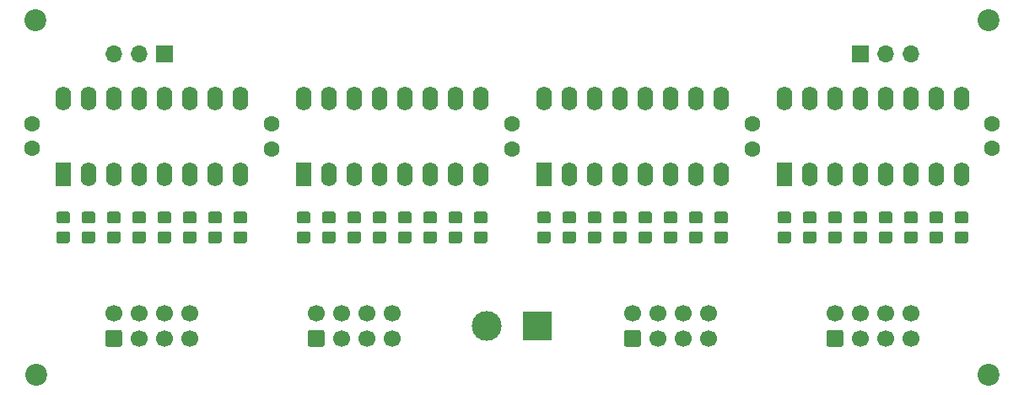
<source format=gbr>
%TF.GenerationSoftware,KiCad,Pcbnew,(5.1.7-0-10_14)*%
%TF.CreationDate,2020-10-19T14:39:56+02:00*%
%TF.ProjectId,32Bit shift register,33324269-7420-4736-9869-667420726567,rev?*%
%TF.SameCoordinates,Original*%
%TF.FileFunction,Soldermask,Top*%
%TF.FilePolarity,Negative*%
%FSLAX46Y46*%
G04 Gerber Fmt 4.6, Leading zero omitted, Abs format (unit mm)*
G04 Created by KiCad (PCBNEW (5.1.7-0-10_14)) date 2020-10-19 14:39:56*
%MOMM*%
%LPD*%
G01*
G04 APERTURE LIST*
%ADD10C,2.200000*%
%ADD11R,3.000000X3.000000*%
%ADD12C,3.000000*%
%ADD13O,1.700000X1.700000*%
%ADD14R,1.700000X1.700000*%
%ADD15O,1.600000X2.400000*%
%ADD16R,1.600000X2.400000*%
%ADD17C,1.700000*%
%ADD18C,1.600000*%
G04 APERTURE END LIST*
D10*
%TO.C,REF\u002A\u002A*%
X58200000Y-41700000D03*
%TD*%
%TO.C,REF\u002A\u002A*%
X58250000Y-77300000D03*
%TD*%
%TO.C,REF\u002A\u002A*%
X153850000Y-77300000D03*
%TD*%
%TO.C,REF\u002A\u002A*%
X153850000Y-41700000D03*
%TD*%
D11*
%TO.C,J7*%
X108585000Y-72390000D03*
D12*
X103505000Y-72390000D03*
%TD*%
D13*
%TO.C,J2*%
X66040000Y-45085000D03*
X68580000Y-45085000D03*
D14*
X71120000Y-45085000D03*
%TD*%
D13*
%TO.C,J4*%
X146050000Y-45085000D03*
X143510000Y-45085000D03*
D14*
X140970000Y-45085000D03*
%TD*%
D15*
%TO.C,U4*%
X133350000Y-49530000D03*
X151130000Y-57150000D03*
X135890000Y-49530000D03*
X148590000Y-57150000D03*
X138430000Y-49530000D03*
X146050000Y-57150000D03*
X140970000Y-49530000D03*
X143510000Y-57150000D03*
X143510000Y-49530000D03*
X140970000Y-57150000D03*
X146050000Y-49530000D03*
X138430000Y-57150000D03*
X148590000Y-49530000D03*
X135890000Y-57150000D03*
X151130000Y-49530000D03*
D16*
X133350000Y-57150000D03*
%TD*%
D15*
%TO.C,U3*%
X109220000Y-49530000D03*
X127000000Y-57150000D03*
X111760000Y-49530000D03*
X124460000Y-57150000D03*
X114300000Y-49530000D03*
X121920000Y-57150000D03*
X116840000Y-49530000D03*
X119380000Y-57150000D03*
X119380000Y-49530000D03*
X116840000Y-57150000D03*
X121920000Y-49530000D03*
X114300000Y-57150000D03*
X124460000Y-49530000D03*
X111760000Y-57150000D03*
X127000000Y-49530000D03*
D16*
X109220000Y-57150000D03*
%TD*%
D15*
%TO.C,U2*%
X85090000Y-49530000D03*
X102870000Y-57150000D03*
X87630000Y-49530000D03*
X100330000Y-57150000D03*
X90170000Y-49530000D03*
X97790000Y-57150000D03*
X92710000Y-49530000D03*
X95250000Y-57150000D03*
X95250000Y-49530000D03*
X92710000Y-57150000D03*
X97790000Y-49530000D03*
X90170000Y-57150000D03*
X100330000Y-49530000D03*
X87630000Y-57150000D03*
X102870000Y-49530000D03*
D16*
X85090000Y-57150000D03*
%TD*%
D15*
%TO.C,U1*%
X60960000Y-49530000D03*
X78740000Y-57150000D03*
X63500000Y-49530000D03*
X76200000Y-57150000D03*
X66040000Y-49530000D03*
X73660000Y-57150000D03*
X68580000Y-49530000D03*
X71120000Y-57150000D03*
X71120000Y-49530000D03*
X68580000Y-57150000D03*
X73660000Y-49530000D03*
X66040000Y-57150000D03*
X76200000Y-49530000D03*
X63500000Y-57150000D03*
X78740000Y-49530000D03*
D16*
X60960000Y-57150000D03*
%TD*%
%TO.C,R32*%
G36*
G01*
X151580001Y-62100000D02*
X150679999Y-62100000D01*
G75*
G02*
X150430000Y-61850001I0J249999D01*
G01*
X150430000Y-61149999D01*
G75*
G02*
X150679999Y-60900000I249999J0D01*
G01*
X151580001Y-60900000D01*
G75*
G02*
X151830000Y-61149999I0J-249999D01*
G01*
X151830000Y-61850001D01*
G75*
G02*
X151580001Y-62100000I-249999J0D01*
G01*
G37*
G36*
G01*
X151580001Y-64100000D02*
X150679999Y-64100000D01*
G75*
G02*
X150430000Y-63850001I0J249999D01*
G01*
X150430000Y-63149999D01*
G75*
G02*
X150679999Y-62900000I249999J0D01*
G01*
X151580001Y-62900000D01*
G75*
G02*
X151830000Y-63149999I0J-249999D01*
G01*
X151830000Y-63850001D01*
G75*
G02*
X151580001Y-64100000I-249999J0D01*
G01*
G37*
%TD*%
%TO.C,R31*%
G36*
G01*
X149040001Y-62100000D02*
X148139999Y-62100000D01*
G75*
G02*
X147890000Y-61850001I0J249999D01*
G01*
X147890000Y-61149999D01*
G75*
G02*
X148139999Y-60900000I249999J0D01*
G01*
X149040001Y-60900000D01*
G75*
G02*
X149290000Y-61149999I0J-249999D01*
G01*
X149290000Y-61850001D01*
G75*
G02*
X149040001Y-62100000I-249999J0D01*
G01*
G37*
G36*
G01*
X149040001Y-64100000D02*
X148139999Y-64100000D01*
G75*
G02*
X147890000Y-63850001I0J249999D01*
G01*
X147890000Y-63149999D01*
G75*
G02*
X148139999Y-62900000I249999J0D01*
G01*
X149040001Y-62900000D01*
G75*
G02*
X149290000Y-63149999I0J-249999D01*
G01*
X149290000Y-63850001D01*
G75*
G02*
X149040001Y-64100000I-249999J0D01*
G01*
G37*
%TD*%
%TO.C,R30*%
G36*
G01*
X146500001Y-62100000D02*
X145599999Y-62100000D01*
G75*
G02*
X145350000Y-61850001I0J249999D01*
G01*
X145350000Y-61149999D01*
G75*
G02*
X145599999Y-60900000I249999J0D01*
G01*
X146500001Y-60900000D01*
G75*
G02*
X146750000Y-61149999I0J-249999D01*
G01*
X146750000Y-61850001D01*
G75*
G02*
X146500001Y-62100000I-249999J0D01*
G01*
G37*
G36*
G01*
X146500001Y-64100000D02*
X145599999Y-64100000D01*
G75*
G02*
X145350000Y-63850001I0J249999D01*
G01*
X145350000Y-63149999D01*
G75*
G02*
X145599999Y-62900000I249999J0D01*
G01*
X146500001Y-62900000D01*
G75*
G02*
X146750000Y-63149999I0J-249999D01*
G01*
X146750000Y-63850001D01*
G75*
G02*
X146500001Y-64100000I-249999J0D01*
G01*
G37*
%TD*%
%TO.C,R29*%
G36*
G01*
X143960001Y-62100000D02*
X143059999Y-62100000D01*
G75*
G02*
X142810000Y-61850001I0J249999D01*
G01*
X142810000Y-61149999D01*
G75*
G02*
X143059999Y-60900000I249999J0D01*
G01*
X143960001Y-60900000D01*
G75*
G02*
X144210000Y-61149999I0J-249999D01*
G01*
X144210000Y-61850001D01*
G75*
G02*
X143960001Y-62100000I-249999J0D01*
G01*
G37*
G36*
G01*
X143960001Y-64100000D02*
X143059999Y-64100000D01*
G75*
G02*
X142810000Y-63850001I0J249999D01*
G01*
X142810000Y-63149999D01*
G75*
G02*
X143059999Y-62900000I249999J0D01*
G01*
X143960001Y-62900000D01*
G75*
G02*
X144210000Y-63149999I0J-249999D01*
G01*
X144210000Y-63850001D01*
G75*
G02*
X143960001Y-64100000I-249999J0D01*
G01*
G37*
%TD*%
%TO.C,R28*%
G36*
G01*
X141420001Y-62100000D02*
X140519999Y-62100000D01*
G75*
G02*
X140270000Y-61850001I0J249999D01*
G01*
X140270000Y-61149999D01*
G75*
G02*
X140519999Y-60900000I249999J0D01*
G01*
X141420001Y-60900000D01*
G75*
G02*
X141670000Y-61149999I0J-249999D01*
G01*
X141670000Y-61850001D01*
G75*
G02*
X141420001Y-62100000I-249999J0D01*
G01*
G37*
G36*
G01*
X141420001Y-64100000D02*
X140519999Y-64100000D01*
G75*
G02*
X140270000Y-63850001I0J249999D01*
G01*
X140270000Y-63149999D01*
G75*
G02*
X140519999Y-62900000I249999J0D01*
G01*
X141420001Y-62900000D01*
G75*
G02*
X141670000Y-63149999I0J-249999D01*
G01*
X141670000Y-63850001D01*
G75*
G02*
X141420001Y-64100000I-249999J0D01*
G01*
G37*
%TD*%
%TO.C,R27*%
G36*
G01*
X138880001Y-62100000D02*
X137979999Y-62100000D01*
G75*
G02*
X137730000Y-61850001I0J249999D01*
G01*
X137730000Y-61149999D01*
G75*
G02*
X137979999Y-60900000I249999J0D01*
G01*
X138880001Y-60900000D01*
G75*
G02*
X139130000Y-61149999I0J-249999D01*
G01*
X139130000Y-61850001D01*
G75*
G02*
X138880001Y-62100000I-249999J0D01*
G01*
G37*
G36*
G01*
X138880001Y-64100000D02*
X137979999Y-64100000D01*
G75*
G02*
X137730000Y-63850001I0J249999D01*
G01*
X137730000Y-63149999D01*
G75*
G02*
X137979999Y-62900000I249999J0D01*
G01*
X138880001Y-62900000D01*
G75*
G02*
X139130000Y-63149999I0J-249999D01*
G01*
X139130000Y-63850001D01*
G75*
G02*
X138880001Y-64100000I-249999J0D01*
G01*
G37*
%TD*%
%TO.C,R26*%
G36*
G01*
X136340001Y-62100000D02*
X135439999Y-62100000D01*
G75*
G02*
X135190000Y-61850001I0J249999D01*
G01*
X135190000Y-61149999D01*
G75*
G02*
X135439999Y-60900000I249999J0D01*
G01*
X136340001Y-60900000D01*
G75*
G02*
X136590000Y-61149999I0J-249999D01*
G01*
X136590000Y-61850001D01*
G75*
G02*
X136340001Y-62100000I-249999J0D01*
G01*
G37*
G36*
G01*
X136340001Y-64100000D02*
X135439999Y-64100000D01*
G75*
G02*
X135190000Y-63850001I0J249999D01*
G01*
X135190000Y-63149999D01*
G75*
G02*
X135439999Y-62900000I249999J0D01*
G01*
X136340001Y-62900000D01*
G75*
G02*
X136590000Y-63149999I0J-249999D01*
G01*
X136590000Y-63850001D01*
G75*
G02*
X136340001Y-64100000I-249999J0D01*
G01*
G37*
%TD*%
%TO.C,R25*%
G36*
G01*
X133800001Y-62100000D02*
X132899999Y-62100000D01*
G75*
G02*
X132650000Y-61850001I0J249999D01*
G01*
X132650000Y-61149999D01*
G75*
G02*
X132899999Y-60900000I249999J0D01*
G01*
X133800001Y-60900000D01*
G75*
G02*
X134050000Y-61149999I0J-249999D01*
G01*
X134050000Y-61850001D01*
G75*
G02*
X133800001Y-62100000I-249999J0D01*
G01*
G37*
G36*
G01*
X133800001Y-64100000D02*
X132899999Y-64100000D01*
G75*
G02*
X132650000Y-63850001I0J249999D01*
G01*
X132650000Y-63149999D01*
G75*
G02*
X132899999Y-62900000I249999J0D01*
G01*
X133800001Y-62900000D01*
G75*
G02*
X134050000Y-63149999I0J-249999D01*
G01*
X134050000Y-63850001D01*
G75*
G02*
X133800001Y-64100000I-249999J0D01*
G01*
G37*
%TD*%
%TO.C,R24*%
G36*
G01*
X127450001Y-62100000D02*
X126549999Y-62100000D01*
G75*
G02*
X126300000Y-61850001I0J249999D01*
G01*
X126300000Y-61149999D01*
G75*
G02*
X126549999Y-60900000I249999J0D01*
G01*
X127450001Y-60900000D01*
G75*
G02*
X127700000Y-61149999I0J-249999D01*
G01*
X127700000Y-61850001D01*
G75*
G02*
X127450001Y-62100000I-249999J0D01*
G01*
G37*
G36*
G01*
X127450001Y-64100000D02*
X126549999Y-64100000D01*
G75*
G02*
X126300000Y-63850001I0J249999D01*
G01*
X126300000Y-63149999D01*
G75*
G02*
X126549999Y-62900000I249999J0D01*
G01*
X127450001Y-62900000D01*
G75*
G02*
X127700000Y-63149999I0J-249999D01*
G01*
X127700000Y-63850001D01*
G75*
G02*
X127450001Y-64100000I-249999J0D01*
G01*
G37*
%TD*%
%TO.C,R23*%
G36*
G01*
X124910001Y-62100000D02*
X124009999Y-62100000D01*
G75*
G02*
X123760000Y-61850001I0J249999D01*
G01*
X123760000Y-61149999D01*
G75*
G02*
X124009999Y-60900000I249999J0D01*
G01*
X124910001Y-60900000D01*
G75*
G02*
X125160000Y-61149999I0J-249999D01*
G01*
X125160000Y-61850001D01*
G75*
G02*
X124910001Y-62100000I-249999J0D01*
G01*
G37*
G36*
G01*
X124910001Y-64100000D02*
X124009999Y-64100000D01*
G75*
G02*
X123760000Y-63850001I0J249999D01*
G01*
X123760000Y-63149999D01*
G75*
G02*
X124009999Y-62900000I249999J0D01*
G01*
X124910001Y-62900000D01*
G75*
G02*
X125160000Y-63149999I0J-249999D01*
G01*
X125160000Y-63850001D01*
G75*
G02*
X124910001Y-64100000I-249999J0D01*
G01*
G37*
%TD*%
%TO.C,R22*%
G36*
G01*
X122370001Y-62100000D02*
X121469999Y-62100000D01*
G75*
G02*
X121220000Y-61850001I0J249999D01*
G01*
X121220000Y-61149999D01*
G75*
G02*
X121469999Y-60900000I249999J0D01*
G01*
X122370001Y-60900000D01*
G75*
G02*
X122620000Y-61149999I0J-249999D01*
G01*
X122620000Y-61850001D01*
G75*
G02*
X122370001Y-62100000I-249999J0D01*
G01*
G37*
G36*
G01*
X122370001Y-64100000D02*
X121469999Y-64100000D01*
G75*
G02*
X121220000Y-63850001I0J249999D01*
G01*
X121220000Y-63149999D01*
G75*
G02*
X121469999Y-62900000I249999J0D01*
G01*
X122370001Y-62900000D01*
G75*
G02*
X122620000Y-63149999I0J-249999D01*
G01*
X122620000Y-63850001D01*
G75*
G02*
X122370001Y-64100000I-249999J0D01*
G01*
G37*
%TD*%
%TO.C,R21*%
G36*
G01*
X119830001Y-62100000D02*
X118929999Y-62100000D01*
G75*
G02*
X118680000Y-61850001I0J249999D01*
G01*
X118680000Y-61149999D01*
G75*
G02*
X118929999Y-60900000I249999J0D01*
G01*
X119830001Y-60900000D01*
G75*
G02*
X120080000Y-61149999I0J-249999D01*
G01*
X120080000Y-61850001D01*
G75*
G02*
X119830001Y-62100000I-249999J0D01*
G01*
G37*
G36*
G01*
X119830001Y-64100000D02*
X118929999Y-64100000D01*
G75*
G02*
X118680000Y-63850001I0J249999D01*
G01*
X118680000Y-63149999D01*
G75*
G02*
X118929999Y-62900000I249999J0D01*
G01*
X119830001Y-62900000D01*
G75*
G02*
X120080000Y-63149999I0J-249999D01*
G01*
X120080000Y-63850001D01*
G75*
G02*
X119830001Y-64100000I-249999J0D01*
G01*
G37*
%TD*%
%TO.C,R20*%
G36*
G01*
X117290001Y-62100000D02*
X116389999Y-62100000D01*
G75*
G02*
X116140000Y-61850001I0J249999D01*
G01*
X116140000Y-61149999D01*
G75*
G02*
X116389999Y-60900000I249999J0D01*
G01*
X117290001Y-60900000D01*
G75*
G02*
X117540000Y-61149999I0J-249999D01*
G01*
X117540000Y-61850001D01*
G75*
G02*
X117290001Y-62100000I-249999J0D01*
G01*
G37*
G36*
G01*
X117290001Y-64100000D02*
X116389999Y-64100000D01*
G75*
G02*
X116140000Y-63850001I0J249999D01*
G01*
X116140000Y-63149999D01*
G75*
G02*
X116389999Y-62900000I249999J0D01*
G01*
X117290001Y-62900000D01*
G75*
G02*
X117540000Y-63149999I0J-249999D01*
G01*
X117540000Y-63850001D01*
G75*
G02*
X117290001Y-64100000I-249999J0D01*
G01*
G37*
%TD*%
%TO.C,R19*%
G36*
G01*
X114750001Y-62100000D02*
X113849999Y-62100000D01*
G75*
G02*
X113600000Y-61850001I0J249999D01*
G01*
X113600000Y-61149999D01*
G75*
G02*
X113849999Y-60900000I249999J0D01*
G01*
X114750001Y-60900000D01*
G75*
G02*
X115000000Y-61149999I0J-249999D01*
G01*
X115000000Y-61850001D01*
G75*
G02*
X114750001Y-62100000I-249999J0D01*
G01*
G37*
G36*
G01*
X114750001Y-64100000D02*
X113849999Y-64100000D01*
G75*
G02*
X113600000Y-63850001I0J249999D01*
G01*
X113600000Y-63149999D01*
G75*
G02*
X113849999Y-62900000I249999J0D01*
G01*
X114750001Y-62900000D01*
G75*
G02*
X115000000Y-63149999I0J-249999D01*
G01*
X115000000Y-63850001D01*
G75*
G02*
X114750001Y-64100000I-249999J0D01*
G01*
G37*
%TD*%
%TO.C,R18*%
G36*
G01*
X112210001Y-62100000D02*
X111309999Y-62100000D01*
G75*
G02*
X111060000Y-61850001I0J249999D01*
G01*
X111060000Y-61149999D01*
G75*
G02*
X111309999Y-60900000I249999J0D01*
G01*
X112210001Y-60900000D01*
G75*
G02*
X112460000Y-61149999I0J-249999D01*
G01*
X112460000Y-61850001D01*
G75*
G02*
X112210001Y-62100000I-249999J0D01*
G01*
G37*
G36*
G01*
X112210001Y-64100000D02*
X111309999Y-64100000D01*
G75*
G02*
X111060000Y-63850001I0J249999D01*
G01*
X111060000Y-63149999D01*
G75*
G02*
X111309999Y-62900000I249999J0D01*
G01*
X112210001Y-62900000D01*
G75*
G02*
X112460000Y-63149999I0J-249999D01*
G01*
X112460000Y-63850001D01*
G75*
G02*
X112210001Y-64100000I-249999J0D01*
G01*
G37*
%TD*%
%TO.C,R17*%
G36*
G01*
X109670001Y-62100000D02*
X108769999Y-62100000D01*
G75*
G02*
X108520000Y-61850001I0J249999D01*
G01*
X108520000Y-61149999D01*
G75*
G02*
X108769999Y-60900000I249999J0D01*
G01*
X109670001Y-60900000D01*
G75*
G02*
X109920000Y-61149999I0J-249999D01*
G01*
X109920000Y-61850001D01*
G75*
G02*
X109670001Y-62100000I-249999J0D01*
G01*
G37*
G36*
G01*
X109670001Y-64100000D02*
X108769999Y-64100000D01*
G75*
G02*
X108520000Y-63850001I0J249999D01*
G01*
X108520000Y-63149999D01*
G75*
G02*
X108769999Y-62900000I249999J0D01*
G01*
X109670001Y-62900000D01*
G75*
G02*
X109920000Y-63149999I0J-249999D01*
G01*
X109920000Y-63850001D01*
G75*
G02*
X109670001Y-64100000I-249999J0D01*
G01*
G37*
%TD*%
%TO.C,R16*%
G36*
G01*
X103320001Y-62100000D02*
X102419999Y-62100000D01*
G75*
G02*
X102170000Y-61850001I0J249999D01*
G01*
X102170000Y-61149999D01*
G75*
G02*
X102419999Y-60900000I249999J0D01*
G01*
X103320001Y-60900000D01*
G75*
G02*
X103570000Y-61149999I0J-249999D01*
G01*
X103570000Y-61850001D01*
G75*
G02*
X103320001Y-62100000I-249999J0D01*
G01*
G37*
G36*
G01*
X103320001Y-64100000D02*
X102419999Y-64100000D01*
G75*
G02*
X102170000Y-63850001I0J249999D01*
G01*
X102170000Y-63149999D01*
G75*
G02*
X102419999Y-62900000I249999J0D01*
G01*
X103320001Y-62900000D01*
G75*
G02*
X103570000Y-63149999I0J-249999D01*
G01*
X103570000Y-63850001D01*
G75*
G02*
X103320001Y-64100000I-249999J0D01*
G01*
G37*
%TD*%
%TO.C,R15*%
G36*
G01*
X100780001Y-62100000D02*
X99879999Y-62100000D01*
G75*
G02*
X99630000Y-61850001I0J249999D01*
G01*
X99630000Y-61149999D01*
G75*
G02*
X99879999Y-60900000I249999J0D01*
G01*
X100780001Y-60900000D01*
G75*
G02*
X101030000Y-61149999I0J-249999D01*
G01*
X101030000Y-61850001D01*
G75*
G02*
X100780001Y-62100000I-249999J0D01*
G01*
G37*
G36*
G01*
X100780001Y-64100000D02*
X99879999Y-64100000D01*
G75*
G02*
X99630000Y-63850001I0J249999D01*
G01*
X99630000Y-63149999D01*
G75*
G02*
X99879999Y-62900000I249999J0D01*
G01*
X100780001Y-62900000D01*
G75*
G02*
X101030000Y-63149999I0J-249999D01*
G01*
X101030000Y-63850001D01*
G75*
G02*
X100780001Y-64100000I-249999J0D01*
G01*
G37*
%TD*%
%TO.C,R14*%
G36*
G01*
X98240001Y-62100000D02*
X97339999Y-62100000D01*
G75*
G02*
X97090000Y-61850001I0J249999D01*
G01*
X97090000Y-61149999D01*
G75*
G02*
X97339999Y-60900000I249999J0D01*
G01*
X98240001Y-60900000D01*
G75*
G02*
X98490000Y-61149999I0J-249999D01*
G01*
X98490000Y-61850001D01*
G75*
G02*
X98240001Y-62100000I-249999J0D01*
G01*
G37*
G36*
G01*
X98240001Y-64100000D02*
X97339999Y-64100000D01*
G75*
G02*
X97090000Y-63850001I0J249999D01*
G01*
X97090000Y-63149999D01*
G75*
G02*
X97339999Y-62900000I249999J0D01*
G01*
X98240001Y-62900000D01*
G75*
G02*
X98490000Y-63149999I0J-249999D01*
G01*
X98490000Y-63850001D01*
G75*
G02*
X98240001Y-64100000I-249999J0D01*
G01*
G37*
%TD*%
%TO.C,R13*%
G36*
G01*
X95700001Y-62100000D02*
X94799999Y-62100000D01*
G75*
G02*
X94550000Y-61850001I0J249999D01*
G01*
X94550000Y-61149999D01*
G75*
G02*
X94799999Y-60900000I249999J0D01*
G01*
X95700001Y-60900000D01*
G75*
G02*
X95950000Y-61149999I0J-249999D01*
G01*
X95950000Y-61850001D01*
G75*
G02*
X95700001Y-62100000I-249999J0D01*
G01*
G37*
G36*
G01*
X95700001Y-64100000D02*
X94799999Y-64100000D01*
G75*
G02*
X94550000Y-63850001I0J249999D01*
G01*
X94550000Y-63149999D01*
G75*
G02*
X94799999Y-62900000I249999J0D01*
G01*
X95700001Y-62900000D01*
G75*
G02*
X95950000Y-63149999I0J-249999D01*
G01*
X95950000Y-63850001D01*
G75*
G02*
X95700001Y-64100000I-249999J0D01*
G01*
G37*
%TD*%
%TO.C,R12*%
G36*
G01*
X93160001Y-62100000D02*
X92259999Y-62100000D01*
G75*
G02*
X92010000Y-61850001I0J249999D01*
G01*
X92010000Y-61149999D01*
G75*
G02*
X92259999Y-60900000I249999J0D01*
G01*
X93160001Y-60900000D01*
G75*
G02*
X93410000Y-61149999I0J-249999D01*
G01*
X93410000Y-61850001D01*
G75*
G02*
X93160001Y-62100000I-249999J0D01*
G01*
G37*
G36*
G01*
X93160001Y-64100000D02*
X92259999Y-64100000D01*
G75*
G02*
X92010000Y-63850001I0J249999D01*
G01*
X92010000Y-63149999D01*
G75*
G02*
X92259999Y-62900000I249999J0D01*
G01*
X93160001Y-62900000D01*
G75*
G02*
X93410000Y-63149999I0J-249999D01*
G01*
X93410000Y-63850001D01*
G75*
G02*
X93160001Y-64100000I-249999J0D01*
G01*
G37*
%TD*%
%TO.C,R11*%
G36*
G01*
X90620001Y-62100000D02*
X89719999Y-62100000D01*
G75*
G02*
X89470000Y-61850001I0J249999D01*
G01*
X89470000Y-61149999D01*
G75*
G02*
X89719999Y-60900000I249999J0D01*
G01*
X90620001Y-60900000D01*
G75*
G02*
X90870000Y-61149999I0J-249999D01*
G01*
X90870000Y-61850001D01*
G75*
G02*
X90620001Y-62100000I-249999J0D01*
G01*
G37*
G36*
G01*
X90620001Y-64100000D02*
X89719999Y-64100000D01*
G75*
G02*
X89470000Y-63850001I0J249999D01*
G01*
X89470000Y-63149999D01*
G75*
G02*
X89719999Y-62900000I249999J0D01*
G01*
X90620001Y-62900000D01*
G75*
G02*
X90870000Y-63149999I0J-249999D01*
G01*
X90870000Y-63850001D01*
G75*
G02*
X90620001Y-64100000I-249999J0D01*
G01*
G37*
%TD*%
%TO.C,R10*%
G36*
G01*
X88080001Y-62100000D02*
X87179999Y-62100000D01*
G75*
G02*
X86930000Y-61850001I0J249999D01*
G01*
X86930000Y-61149999D01*
G75*
G02*
X87179999Y-60900000I249999J0D01*
G01*
X88080001Y-60900000D01*
G75*
G02*
X88330000Y-61149999I0J-249999D01*
G01*
X88330000Y-61850001D01*
G75*
G02*
X88080001Y-62100000I-249999J0D01*
G01*
G37*
G36*
G01*
X88080001Y-64100000D02*
X87179999Y-64100000D01*
G75*
G02*
X86930000Y-63850001I0J249999D01*
G01*
X86930000Y-63149999D01*
G75*
G02*
X87179999Y-62900000I249999J0D01*
G01*
X88080001Y-62900000D01*
G75*
G02*
X88330000Y-63149999I0J-249999D01*
G01*
X88330000Y-63850001D01*
G75*
G02*
X88080001Y-64100000I-249999J0D01*
G01*
G37*
%TD*%
%TO.C,R9*%
G36*
G01*
X85540001Y-62100000D02*
X84639999Y-62100000D01*
G75*
G02*
X84390000Y-61850001I0J249999D01*
G01*
X84390000Y-61149999D01*
G75*
G02*
X84639999Y-60900000I249999J0D01*
G01*
X85540001Y-60900000D01*
G75*
G02*
X85790000Y-61149999I0J-249999D01*
G01*
X85790000Y-61850001D01*
G75*
G02*
X85540001Y-62100000I-249999J0D01*
G01*
G37*
G36*
G01*
X85540001Y-64100000D02*
X84639999Y-64100000D01*
G75*
G02*
X84390000Y-63850001I0J249999D01*
G01*
X84390000Y-63149999D01*
G75*
G02*
X84639999Y-62900000I249999J0D01*
G01*
X85540001Y-62900000D01*
G75*
G02*
X85790000Y-63149999I0J-249999D01*
G01*
X85790000Y-63850001D01*
G75*
G02*
X85540001Y-64100000I-249999J0D01*
G01*
G37*
%TD*%
%TO.C,R8*%
G36*
G01*
X79190001Y-62100000D02*
X78289999Y-62100000D01*
G75*
G02*
X78040000Y-61850001I0J249999D01*
G01*
X78040000Y-61149999D01*
G75*
G02*
X78289999Y-60900000I249999J0D01*
G01*
X79190001Y-60900000D01*
G75*
G02*
X79440000Y-61149999I0J-249999D01*
G01*
X79440000Y-61850001D01*
G75*
G02*
X79190001Y-62100000I-249999J0D01*
G01*
G37*
G36*
G01*
X79190001Y-64100000D02*
X78289999Y-64100000D01*
G75*
G02*
X78040000Y-63850001I0J249999D01*
G01*
X78040000Y-63149999D01*
G75*
G02*
X78289999Y-62900000I249999J0D01*
G01*
X79190001Y-62900000D01*
G75*
G02*
X79440000Y-63149999I0J-249999D01*
G01*
X79440000Y-63850001D01*
G75*
G02*
X79190001Y-64100000I-249999J0D01*
G01*
G37*
%TD*%
%TO.C,R7*%
G36*
G01*
X76650001Y-62100000D02*
X75749999Y-62100000D01*
G75*
G02*
X75500000Y-61850001I0J249999D01*
G01*
X75500000Y-61149999D01*
G75*
G02*
X75749999Y-60900000I249999J0D01*
G01*
X76650001Y-60900000D01*
G75*
G02*
X76900000Y-61149999I0J-249999D01*
G01*
X76900000Y-61850001D01*
G75*
G02*
X76650001Y-62100000I-249999J0D01*
G01*
G37*
G36*
G01*
X76650001Y-64100000D02*
X75749999Y-64100000D01*
G75*
G02*
X75500000Y-63850001I0J249999D01*
G01*
X75500000Y-63149999D01*
G75*
G02*
X75749999Y-62900000I249999J0D01*
G01*
X76650001Y-62900000D01*
G75*
G02*
X76900000Y-63149999I0J-249999D01*
G01*
X76900000Y-63850001D01*
G75*
G02*
X76650001Y-64100000I-249999J0D01*
G01*
G37*
%TD*%
%TO.C,R6*%
G36*
G01*
X74110001Y-62100000D02*
X73209999Y-62100000D01*
G75*
G02*
X72960000Y-61850001I0J249999D01*
G01*
X72960000Y-61149999D01*
G75*
G02*
X73209999Y-60900000I249999J0D01*
G01*
X74110001Y-60900000D01*
G75*
G02*
X74360000Y-61149999I0J-249999D01*
G01*
X74360000Y-61850001D01*
G75*
G02*
X74110001Y-62100000I-249999J0D01*
G01*
G37*
G36*
G01*
X74110001Y-64100000D02*
X73209999Y-64100000D01*
G75*
G02*
X72960000Y-63850001I0J249999D01*
G01*
X72960000Y-63149999D01*
G75*
G02*
X73209999Y-62900000I249999J0D01*
G01*
X74110001Y-62900000D01*
G75*
G02*
X74360000Y-63149999I0J-249999D01*
G01*
X74360000Y-63850001D01*
G75*
G02*
X74110001Y-64100000I-249999J0D01*
G01*
G37*
%TD*%
%TO.C,R5*%
G36*
G01*
X71570001Y-62100000D02*
X70669999Y-62100000D01*
G75*
G02*
X70420000Y-61850001I0J249999D01*
G01*
X70420000Y-61149999D01*
G75*
G02*
X70669999Y-60900000I249999J0D01*
G01*
X71570001Y-60900000D01*
G75*
G02*
X71820000Y-61149999I0J-249999D01*
G01*
X71820000Y-61850001D01*
G75*
G02*
X71570001Y-62100000I-249999J0D01*
G01*
G37*
G36*
G01*
X71570001Y-64100000D02*
X70669999Y-64100000D01*
G75*
G02*
X70420000Y-63850001I0J249999D01*
G01*
X70420000Y-63149999D01*
G75*
G02*
X70669999Y-62900000I249999J0D01*
G01*
X71570001Y-62900000D01*
G75*
G02*
X71820000Y-63149999I0J-249999D01*
G01*
X71820000Y-63850001D01*
G75*
G02*
X71570001Y-64100000I-249999J0D01*
G01*
G37*
%TD*%
%TO.C,R4*%
G36*
G01*
X69030001Y-62100000D02*
X68129999Y-62100000D01*
G75*
G02*
X67880000Y-61850001I0J249999D01*
G01*
X67880000Y-61149999D01*
G75*
G02*
X68129999Y-60900000I249999J0D01*
G01*
X69030001Y-60900000D01*
G75*
G02*
X69280000Y-61149999I0J-249999D01*
G01*
X69280000Y-61850001D01*
G75*
G02*
X69030001Y-62100000I-249999J0D01*
G01*
G37*
G36*
G01*
X69030001Y-64100000D02*
X68129999Y-64100000D01*
G75*
G02*
X67880000Y-63850001I0J249999D01*
G01*
X67880000Y-63149999D01*
G75*
G02*
X68129999Y-62900000I249999J0D01*
G01*
X69030001Y-62900000D01*
G75*
G02*
X69280000Y-63149999I0J-249999D01*
G01*
X69280000Y-63850001D01*
G75*
G02*
X69030001Y-64100000I-249999J0D01*
G01*
G37*
%TD*%
%TO.C,R3*%
G36*
G01*
X66490001Y-62100000D02*
X65589999Y-62100000D01*
G75*
G02*
X65340000Y-61850001I0J249999D01*
G01*
X65340000Y-61149999D01*
G75*
G02*
X65589999Y-60900000I249999J0D01*
G01*
X66490001Y-60900000D01*
G75*
G02*
X66740000Y-61149999I0J-249999D01*
G01*
X66740000Y-61850001D01*
G75*
G02*
X66490001Y-62100000I-249999J0D01*
G01*
G37*
G36*
G01*
X66490001Y-64100000D02*
X65589999Y-64100000D01*
G75*
G02*
X65340000Y-63850001I0J249999D01*
G01*
X65340000Y-63149999D01*
G75*
G02*
X65589999Y-62900000I249999J0D01*
G01*
X66490001Y-62900000D01*
G75*
G02*
X66740000Y-63149999I0J-249999D01*
G01*
X66740000Y-63850001D01*
G75*
G02*
X66490001Y-64100000I-249999J0D01*
G01*
G37*
%TD*%
%TO.C,R2*%
G36*
G01*
X63950001Y-62100000D02*
X63049999Y-62100000D01*
G75*
G02*
X62800000Y-61850001I0J249999D01*
G01*
X62800000Y-61149999D01*
G75*
G02*
X63049999Y-60900000I249999J0D01*
G01*
X63950001Y-60900000D01*
G75*
G02*
X64200000Y-61149999I0J-249999D01*
G01*
X64200000Y-61850001D01*
G75*
G02*
X63950001Y-62100000I-249999J0D01*
G01*
G37*
G36*
G01*
X63950001Y-64100000D02*
X63049999Y-64100000D01*
G75*
G02*
X62800000Y-63850001I0J249999D01*
G01*
X62800000Y-63149999D01*
G75*
G02*
X63049999Y-62900000I249999J0D01*
G01*
X63950001Y-62900000D01*
G75*
G02*
X64200000Y-63149999I0J-249999D01*
G01*
X64200000Y-63850001D01*
G75*
G02*
X63950001Y-64100000I-249999J0D01*
G01*
G37*
%TD*%
%TO.C,R1*%
G36*
G01*
X61410001Y-62100000D02*
X60509999Y-62100000D01*
G75*
G02*
X60260000Y-61850001I0J249999D01*
G01*
X60260000Y-61149999D01*
G75*
G02*
X60509999Y-60900000I249999J0D01*
G01*
X61410001Y-60900000D01*
G75*
G02*
X61660000Y-61149999I0J-249999D01*
G01*
X61660000Y-61850001D01*
G75*
G02*
X61410001Y-62100000I-249999J0D01*
G01*
G37*
G36*
G01*
X61410001Y-64100000D02*
X60509999Y-64100000D01*
G75*
G02*
X60260000Y-63850001I0J249999D01*
G01*
X60260000Y-63149999D01*
G75*
G02*
X60509999Y-62900000I249999J0D01*
G01*
X61410001Y-62900000D01*
G75*
G02*
X61660000Y-63149999I0J-249999D01*
G01*
X61660000Y-63850001D01*
G75*
G02*
X61410001Y-64100000I-249999J0D01*
G01*
G37*
%TD*%
%TO.C,J6*%
G36*
G01*
X139030000Y-74510000D02*
X137830000Y-74510000D01*
G75*
G02*
X137580000Y-74260000I0J250000D01*
G01*
X137580000Y-73060000D01*
G75*
G02*
X137830000Y-72810000I250000J0D01*
G01*
X139030000Y-72810000D01*
G75*
G02*
X139280000Y-73060000I0J-250000D01*
G01*
X139280000Y-74260000D01*
G75*
G02*
X139030000Y-74510000I-250000J0D01*
G01*
G37*
D17*
X140970000Y-73660000D03*
X143510000Y-73660000D03*
X146050000Y-73660000D03*
X138430000Y-71120000D03*
X140970000Y-71120000D03*
X143510000Y-71120000D03*
X146050000Y-71120000D03*
%TD*%
%TO.C,J5*%
G36*
G01*
X118710000Y-74510000D02*
X117510000Y-74510000D01*
G75*
G02*
X117260000Y-74260000I0J250000D01*
G01*
X117260000Y-73060000D01*
G75*
G02*
X117510000Y-72810000I250000J0D01*
G01*
X118710000Y-72810000D01*
G75*
G02*
X118960000Y-73060000I0J-250000D01*
G01*
X118960000Y-74260000D01*
G75*
G02*
X118710000Y-74510000I-250000J0D01*
G01*
G37*
X120650000Y-73660000D03*
X123190000Y-73660000D03*
X125730000Y-73660000D03*
X118110000Y-71120000D03*
X120650000Y-71120000D03*
X123190000Y-71120000D03*
X125730000Y-71120000D03*
%TD*%
%TO.C,J3*%
X93980000Y-71120000D03*
X91440000Y-71120000D03*
X88900000Y-71120000D03*
X86360000Y-71120000D03*
X93980000Y-73660000D03*
X91440000Y-73660000D03*
X88900000Y-73660000D03*
G36*
G01*
X86960000Y-74510000D02*
X85760000Y-74510000D01*
G75*
G02*
X85510000Y-74260000I0J250000D01*
G01*
X85510000Y-73060000D01*
G75*
G02*
X85760000Y-72810000I250000J0D01*
G01*
X86960000Y-72810000D01*
G75*
G02*
X87210000Y-73060000I0J-250000D01*
G01*
X87210000Y-74260000D01*
G75*
G02*
X86960000Y-74510000I-250000J0D01*
G01*
G37*
%TD*%
%TO.C,J1*%
X73660000Y-71120000D03*
X71120000Y-71120000D03*
X68580000Y-71120000D03*
X66040000Y-71120000D03*
X73660000Y-73660000D03*
X71120000Y-73660000D03*
X68580000Y-73660000D03*
G36*
G01*
X66640000Y-74510000D02*
X65440000Y-74510000D01*
G75*
G02*
X65190000Y-74260000I0J250000D01*
G01*
X65190000Y-73060000D01*
G75*
G02*
X65440000Y-72810000I250000J0D01*
G01*
X66640000Y-72810000D01*
G75*
G02*
X66890000Y-73060000I0J-250000D01*
G01*
X66890000Y-74260000D01*
G75*
G02*
X66640000Y-74510000I-250000J0D01*
G01*
G37*
%TD*%
D18*
%TO.C,C5*%
X154178000Y-52070000D03*
X154178000Y-54570000D03*
%TD*%
%TO.C,C4*%
X130175000Y-52110000D03*
X130175000Y-54610000D03*
%TD*%
%TO.C,C3*%
X106045000Y-52110000D03*
X106045000Y-54610000D03*
%TD*%
%TO.C,C2*%
X81915000Y-54610000D03*
X81915000Y-52110000D03*
%TD*%
%TO.C,C1*%
X57873900Y-52070000D03*
X57873900Y-54570000D03*
%TD*%
M02*

</source>
